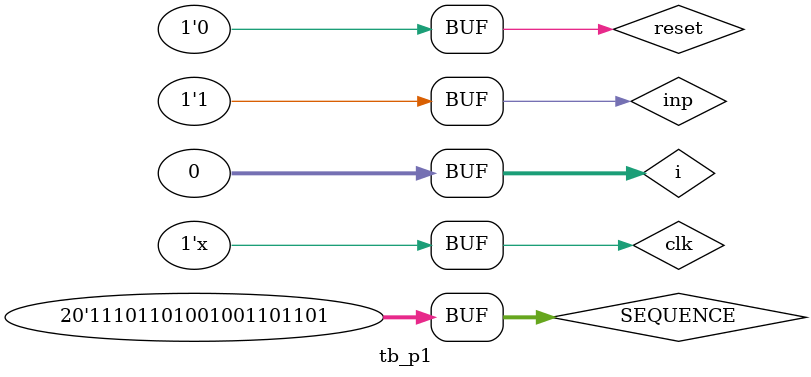
<source format=v>
module tb_p1();
	reg clk, reset,inp;
	wire Y;
	wire[2:0] curr_state;
	integer i;
	p1 DUT(Y,curr_state,clk,reset,inp);
	reg[20:1] SEQUENCE = 20'b11101101001001101101;
	initial reset = 1'b1;
	always #10 clk = ~clk;
	initial
		begin
		clk = 1'b1;
		reset = 1'b0;
		for (i = 20; i >= 1; i = i - 1)
		begin
			inp = SEQUENCE[i]; #20
			$monitor("SEQUENCE_BIT = %b, Y = %b\n", inp, Y, $time);
		end
	end
endmodule

</source>
